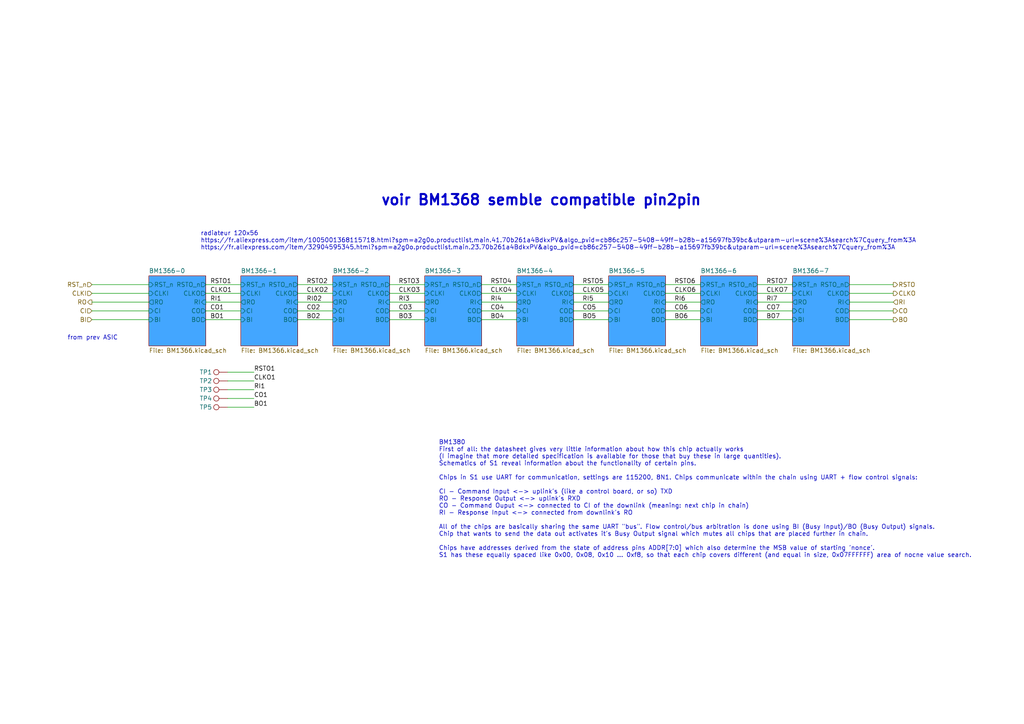
<source format=kicad_sch>
(kicad_sch (version 20231120) (generator "eeschema") (generator_version "8.0")
  (paper "A4")
  (lib_symbols
    (symbol "Connector:TestPoint" (pin_numbers hide) (pin_names (offset 0.762) hide)
      (property "Reference" "TP" (at 0 6.858 0))
      (property "Value" "TestPoint" (at 0 5.08 0))
      (symbol "TestPoint_0_1"
        (circle (center 0 3.302) (radius 0.762))
      )
      (symbol "TestPoint_1_1"
        (pin passive line (at 0 0 90) (length 2.54) (name "1") (number "1"))
      )
    )
  )
  (wire (pts (xy 113.03 82.55) (xy 123.19 82.55)))
  (wire (pts (xy 113.03 85.09) (xy 123.19 85.09)))
  (wire (pts (xy 166.37 87.63) (xy 176.53 87.63)))
  (wire (pts (xy 219.71 87.63) (xy 229.87 87.63)))
  (wire (pts (xy 166.37 92.71) (xy 176.53 92.71)))
  (wire (pts (xy 26.67 85.09) (xy 43.18 85.09)))
  (wire (pts (xy 26.67 90.17) (xy 43.18 90.17)))
  (wire (pts (xy 66.04 113.03) (xy 73.66 113.03)))
  (wire (pts (xy 86.36 90.17) (xy 96.52 90.17)))
  (wire (pts (xy 166.37 90.17) (xy 176.53 90.17)))
  (wire (pts (xy 86.36 87.63) (xy 96.52 87.63)))
  (wire (pts (xy 59.69 82.55) (xy 69.85 82.55)))
  (wire (pts (xy 26.67 87.63) (xy 43.18 87.63)))
  (wire (pts (xy 193.04 85.09) (xy 203.2 85.09)))
  (wire (pts (xy 73.66 118.11) (xy 66.04 118.11)))
  (wire (pts (xy 219.71 85.09) (xy 229.87 85.09)))
  (wire (pts (xy 113.03 90.17) (xy 123.19 90.17)))
  (wire (pts (xy 59.69 85.09) (xy 69.85 85.09)))
  (wire (pts (xy 139.7 87.63) (xy 149.86 87.63)))
  (wire (pts (xy 26.67 92.71) (xy 43.18 92.71)))
  (wire (pts (xy 246.38 92.71) (xy 259.08 92.71)))
  (wire (pts (xy 166.37 82.55) (xy 176.53 82.55)))
  (wire (pts (xy 139.7 92.71) (xy 149.86 92.71)))
  (wire (pts (xy 246.38 85.09) (xy 259.08 85.09)))
  (wire (pts (xy 193.04 87.63) (xy 203.2 87.63)))
  (wire (pts (xy 86.36 85.09) (xy 96.52 85.09)))
  (wire (pts (xy 166.37 85.09) (xy 176.53 85.09)))
  (wire (pts (xy 59.69 90.17) (xy 69.85 90.17)))
  (wire (pts (xy 219.71 92.71) (xy 229.87 92.71)))
  (wire (pts (xy 113.03 92.71) (xy 123.19 92.71)))
  (wire (pts (xy 139.7 90.17) (xy 149.86 90.17)))
  (wire (pts (xy 113.03 87.63) (xy 123.19 87.63)))
  (wire (pts (xy 66.04 107.95) (xy 73.66 107.95)))
  (wire (pts (xy 193.04 90.17) (xy 203.2 90.17)))
  (wire (pts (xy 246.38 90.17) (xy 259.08 90.17)))
  (wire (pts (xy 193.04 92.71) (xy 203.2 92.71)))
  (wire (pts (xy 59.69 87.63) (xy 69.85 87.63)))
  (wire (pts (xy 219.71 82.55) (xy 229.87 82.55)))
  (wire (pts (xy 139.7 85.09) (xy 149.86 85.09)))
  (wire (pts (xy 73.66 115.57) (xy 66.04 115.57)))
  (wire (pts (xy 219.71 90.17) (xy 229.87 90.17)))
  (wire (pts (xy 193.04 82.55) (xy 203.2 82.55)))
  (wire (pts (xy 139.7 82.55) (xy 149.86 82.55)))
  (wire (pts (xy 86.36 82.55) (xy 96.52 82.55)))
  (wire (pts (xy 86.36 92.71) (xy 96.52 92.71)))
  (wire (pts (xy 66.04 110.49) (xy 73.66 110.49)))
  (wire (pts (xy 26.67 82.55) (xy 43.18 82.55)))
  (wire (pts (xy 59.69 92.71) (xy 69.85 92.71)))
  (wire (pts (xy 246.38 87.63) (xy 259.08 87.63)))
  (wire (pts (xy 246.38 82.55) (xy 259.08 82.55)))
  (text "voir BM1368 semble compatible pin2pin" (at 156.972 58.166 0) (effects (font (size 3 3) (thickness 0.6) (bold yes))))
  (text "radiateur 120x56\nhttps://fr.aliexpress.com/item/1005001368115718.html?spm=a2g0o.productlist.main.41.70b261a4BdkxPV&algo_pvid=cb86c257-5408-49ff-b28b-a15697fb39bc&utparam-url=scene%3Asearch%7Cquery_from%3A\nhttps://fr.aliexpress.com/item/32904595345.html?spm=a2g0o.productlist.main.23.70b261a4BdkxPV&algo_pvid=cb86c257-5408-49ff-b28b-a15697fb39bc&utparam-url=scene%3Asearch%7Cquery_from%3A\n" (at 58.166 69.85 0) (effects (font (size 1.27 1.27)) (justify left)))
  (text "BM1380\nFirst of all: the datasheet gives very little information about how this chip actually works \n(I imagine that more detailed specification is available for those that buy these in large quantities). \nSchematics of S1 reveal information about the functionality of certain pins.\n\nChips in S1 use UART for communication, settings are 115200, 8N1. Chips communicate within the chain using UART + flow control signals:\n\nCI - Command Input <-> uplink's (like a control board, or so) TXD\nRO - Response Output <-> uplink's RXD\nCO - Command Ouput <-> connected to CI of the downlink (meaning: next chip in chain)\nRI - Response Input <-> connected from downlink's RO\n\nAll of the chips are basically sharing the same UART \"bus\". Flow control/bus arbitration is done using BI (Busy Input)/BO (Busy Output) signals. \nChip that wants to send the data out activates it's Busy Output signal which mutes all chips that are placed further in chain.\n\nChips have addresses derived from the state of address pins ADDR[7:0] which also determine the MSB value of starting 'nonce'. \nS1 has these equally spaced like 0x00, 0x08, 0x10 … 0xf8, so that each chip covers different (and equal in size, 0x07FFFFFF) area of nocne value search." (at 127.254 144.78 0) (effects (font (size 1.27 1.27)) (justify left)))
  (text "from prev ASIC" (at 19.558 98.044 0) (effects (font (size 1.27 1.27)) (justify left)))
  (label "RSTO4" (at 142.24 82.55 0))
  (label "RI3" (at 115.57 87.63 0))
  (label "CO1" (at 73.66 115.57 0))
  (label "CO6" (at 195.58 90.17 0))
  (label "RI4" (at 142.24 87.63 0))
  (label "RSTO1" (at 73.66 107.95 0))
  (label "RSTO3" (at 115.57 82.55 0))
  (label "RSTO1" (at 60.96 82.55 0))
  (label "BO6" (at 195.58 92.71 0))
  (label "CO1" (at 60.96 90.17 0))
  (label "RI02" (at 88.9 87.63 0))
  (label "CO7" (at 222.25 90.17 0))
  (label "BO1" (at 60.96 92.71 0))
  (label "CLKO5" (at 168.91 85.09 0))
  (label "RSTO5" (at 168.91 82.55 0))
  (label "BO3" (at 115.57 92.71 0))
  (label "RI1" (at 73.66 113.03 0))
  (label "RSTO2" (at 88.9 82.55 0))
  (label "BO7" (at 222.25 92.71 0))
  (label "BO2" (at 88.9 92.71 0))
  (label "CO3" (at 115.57 90.17 0))
  (label "CLKO6" (at 195.58 85.09 0))
  (label "CO5" (at 168.91 90.17 0))
  (label "RI1" (at 60.96 87.63 0))
  (label "BO5" (at 168.91 92.71 0))
  (label "RSTO6" (at 195.58 82.55 0))
  (label "CLKO2" (at 88.9 85.09 0))
  (label "CO4" (at 142.24 90.17 0))
  (label "RI6" (at 195.58 87.63 0))
  (label "CLKO3" (at 115.57 85.09 0))
  (label "BO4" (at 142.24 92.71 0))
  (label "RI7" (at 222.25 87.63 0))
  (label "BO1" (at 73.66 118.11 0))
  (label "RI5" (at 168.91 87.63 0))
  (label "CLKO1" (at 60.96 85.09 0))
  (label "CO2" (at 88.9 90.17 0))
  (label "RSTO7" (at 222.25 82.55 0))
  (label "CLKO4" (at 142.24 85.09 0))
  (label "CLKO1" (at 73.66 110.49 0))
  (label "CLKO7" (at 222.25 85.09 0))
  (hierarchical_label "BO" (shape output) (at 259.08 92.71 0))
  (hierarchical_label "CLKO" (shape output) (at 259.08 85.09 0))
  (hierarchical_label "RSTO" (shape output) (at 259.08 82.55 0))
  (hierarchical_label "BI" (shape input) (at 26.67 92.71 180))
  (hierarchical_label "RI" (shape input) (at 259.08 87.63 0))
  (hierarchical_label "CO" (shape output) (at 259.08 90.17 0))
  (hierarchical_label "RST_n" (shape input) (at 26.67 82.55 180))
  (hierarchical_label "CI" (shape input) (at 26.67 90.17 180))
  (hierarchical_label "CLKI" (shape input) (at 26.67 85.09 180))
  (hierarchical_label "RO" (shape output) (at 26.67 87.63 180))
  (symbol (lib_id "Connector:TestPoint") (at 66.04 107.95 90) (mirror x) (unit 1) (in_bom no)
    (property "Reference" "TP1" (at 59.69 107.95 90))
    (property "Value" "TestPoint" (effects (hide yes)))
    (property "Footprint" "TestPoint:TestPoint_Pad_D1.0mm" (effects (hide yes)))
    (instances (project "EKO_Miner_BM1366-13xx_16-01A" (path "" (reference "TP1") (unit 1)) (path "" (reference "TP8") (unit 1))))
  )
  (symbol (lib_id "Connector:TestPoint") (at 66.04 110.49 90) (unit 1) (in_bom no)
    (property "Reference" "TP2" (at 59.69 110.49 90))
    (property "Value" "TestPoint" (effects (hide yes)))
    (property "Footprint" "TestPoint:TestPoint_Pad_D1.0mm" (effects (hide yes)))
    (instances (project "EKO_Miner_BM1366-13xx_16-01A" (path "" (reference "TP2") (unit 1)) (path "" (reference "TP9") (unit 1))))
  )
  (symbol (lib_id "Connector:TestPoint") (at 66.04 118.11 90) (unit 1) (in_bom no)
    (property "Reference" "TP5" (at 59.69 118.11 90))
    (property "Value" "TestPoint" (effects (hide yes)))
    (property "Footprint" "TestPoint:TestPoint_Pad_D1.0mm" (effects (hide yes)))
    (instances (project "EKO_Miner_BM1366-13xx_16-01A" (path "" (reference "TP5") (unit 1)) (path "" (reference "TP13") (unit 1))))
  )
  (symbol (lib_id "Connector:TestPoint") (at 66.04 113.03 90) (mirror x) (unit 1) (in_bom no)
    (property "Reference" "TP3" (at 59.69 113.03 90))
    (property "Value" "TestPoint" (effects (hide yes)))
    (property "Footprint" "TestPoint:TestPoint_Pad_D1.0mm" (effects (hide yes)))
    (instances (project "EKO_Miner_BM1366-13xx_16-01A" (path "" (reference "TP3") (unit 1)) (path "" (reference "TP11") (unit 1))))
  )
  (symbol (lib_id "Connector:TestPoint") (at 66.04 115.57 90) (unit 1) (in_bom no)
    (property "Reference" "TP4" (at 59.69 115.57 90))
    (property "Value" "TestPoint" (effects (hide yes)))
    (property "Footprint" "TestPoint:TestPoint_Pad_D1.0mm" (effects (hide yes)))
    (instances (project "EKO_Miner_BM1366-13xx_16-01A" (path "" (reference "TP4") (unit 1)) (path "" (reference "TP12") (unit 1))))
  )
  (sheet (at 123.19 80.01) (size 16.51 20.32) (stroke (width 0.1524)) (fill (color 67 166 255 1.0000))
    (property "Sheetname" "BM1366-3" (at 123.19 79.2984 0) (effects (justify left bottom)))
    (property "Sheetfile" "BM1366.kicad_sch" (at 123.19 100.9146 0) (effects (justify left top)))
    (pin "CLKO" output (at 139.7 85.09 0))
    (pin "RO" output (at 123.19 87.63 180))
    (pin "CO" output (at 139.7 90.17 0))
    (pin "BO" output (at 139.7 92.71 0))
    (pin "RSTO_n" output (at 139.7 82.55 0))
    (pin "CLKI" input (at 123.19 85.09 180))
    (pin "CI" input (at 123.19 90.17 180))
    (pin "RI" input (at 139.7 87.63 0))
    (pin "RST_n" input (at 123.19 82.55 180))
    (pin "BI" input (at 123.19 92.71 180))
  )
  (sheet (at 149.86 80.01) (size 16.51 20.32) (stroke (width 0.1524)) (fill (color 67 166 255 1.0000))
    (property "Sheetname" "BM1366-4" (at 149.86 79.2984 0) (effects (justify left bottom)))
    (property "Sheetfile" "BM1366.kicad_sch" (at 149.86 100.9146 0) (effects (justify left top)))
    (pin "CLKO" output (at 166.37 85.09 0))
    (pin "RO" output (at 149.86 87.63 180))
    (pin "CO" output (at 166.37 90.17 0))
    (pin "BO" output (at 166.37 92.71 0))
    (pin "RSTO_n" output (at 166.37 82.55 0))
    (pin "CLKI" input (at 149.86 85.09 180))
    (pin "CI" input (at 149.86 90.17 180))
    (pin "RI" input (at 166.37 87.63 0))
    (pin "RST_n" input (at 149.86 82.55 180))
    (pin "BI" input (at 149.86 92.71 180))
  )
  (sheet (at 43.18 80.01) (size 16.51 20.32) (stroke (width 0.1524)) (fill (color 67 166 255 1.0000))
    (property "Sheetname" "BM1366-0" (at 43.18 79.2984 0) (effects (justify left bottom)))
    (property "Sheetfile" "BM1366.kicad_sch" (at 43.18 100.9146 0) (effects (justify left top)))
    (pin "CLKO" output (at 59.69 85.09 0))
    (pin "RO" output (at 43.18 87.63 180))
    (pin "CO" output (at 59.69 90.17 0))
    (pin "BO" output (at 59.69 92.71 0))
    (pin "RSTO_n" output (at 59.69 82.55 0))
    (pin "CLKI" input (at 43.18 85.09 180))
    (pin "CI" input (at 43.18 90.17 180))
    (pin "RI" input (at 59.69 87.63 0))
    (pin "RST_n" input (at 43.18 82.55 180))
    (pin "BI" input (at 43.18 92.71 180))
  )
  (sheet (at 203.2 80.01) (size 16.51 20.32) (stroke (width 0.1524)) (fill (color 67 166 255 1.0000))
    (property "Sheetname" "BM1366-6" (at 203.2 79.2984 0) (effects (justify left bottom)))
    (property "Sheetfile" "BM1366.kicad_sch" (at 203.2 100.9146 0) (effects (justify left top)))
    (pin "CLKO" output (at 219.71 85.09 0))
    (pin "RO" output (at 203.2 87.63 180))
    (pin "CO" output (at 219.71 90.17 0))
    (pin "BO" output (at 219.71 92.71 0))
    (pin "RSTO_n" output (at 219.71 82.55 0))
    (pin "CLKI" input (at 203.2 85.09 180))
    (pin "CI" input (at 203.2 90.17 180))
    (pin "RI" input (at 219.71 87.63 0))
    (pin "RST_n" input (at 203.2 82.55 180))
    (pin "BI" input (at 203.2 92.71 180))
  )
  (sheet (at 229.87 80.01) (size 16.51 20.32) (stroke (width 0.1524)) (fill (color 67 166 255 1.0000))
    (property "Sheetname" "BM1366-7" (at 229.87 79.2984 0) (effects (justify left bottom)))
    (property "Sheetfile" "BM1366.kicad_sch" (at 229.87 100.9146 0) (effects (justify left top)))
    (pin "CLKO" output (at 246.38 85.09 0))
    (pin "RO" output (at 229.87 87.63 180))
    (pin "CO" output (at 246.38 90.17 0))
    (pin "BO" output (at 246.38 92.71 0))
    (pin "RSTO_n" output (at 246.38 82.55 0))
    (pin "CLKI" input (at 229.87 85.09 180))
    (pin "CI" input (at 229.87 90.17 180))
    (pin "RI" input (at 246.38 87.63 0))
    (pin "RST_n" input (at 229.87 82.55 180))
    (pin "BI" input (at 229.87 92.71 180))
  )
  (sheet (at 176.53 80.01) (size 16.51 20.32) (stroke (width 0.1524)) (fill (color 67 166 255 1.0000))
    (property "Sheetname" "BM1366-5" (at 176.53 79.2984 0) (effects (justify left bottom)))
    (property "Sheetfile" "BM1366.kicad_sch" (at 176.53 100.9146 0) (effects (justify left top)))
    (pin "CLKO" output (at 193.04 85.09 0))
    (pin "RO" output (at 176.53 87.63 180))
    (pin "CO" output (at 193.04 90.17 0))
    (pin "BO" output (at 193.04 92.71 0))
    (pin "RSTO_n" output (at 193.04 82.55 0))
    (pin "CLKI" input (at 176.53 85.09 180))
    (pin "CI" input (at 176.53 90.17 180))
    (pin "RI" input (at 193.04 87.63 0))
    (pin "RST_n" input (at 176.53 82.55 180))
    (pin "BI" input (at 176.53 92.71 180))
  )
  (sheet (at 96.52 80.01) (size 16.51 20.32) (stroke (width 0.1524)) (fill (color 67 166 255 1.0000))
    (property "Sheetname" "BM1366-2" (at 96.52 79.2984 0) (effects (justify left bottom)))
    (property "Sheetfile" "BM1366.kicad_sch" (at 96.52 100.9146 0) (effects (justify left top)))
    (pin "CLKO" output (at 113.03 85.09 0))
    (pin "RO" output (at 96.52 87.63 180))
    (pin "CO" output (at 113.03 90.17 0))
    (pin "BO" output (at 113.03 92.71 0))
    (pin "RSTO_n" output (at 113.03 82.55 0))
    (pin "CLKI" input (at 96.52 85.09 180))
    (pin "CI" input (at 96.52 90.17 180))
    (pin "RI" input (at 113.03 87.63 0))
    (pin "RST_n" input (at 96.52 82.55 180))
    (pin "BI" input (at 96.52 92.71 180))
  )
  (sheet (at 69.85 80.01) (size 16.51 20.32) (stroke (width 0.1524)) (fill (color 67 166 255 1.0000))
    (property "Sheetname" "BM1366-1" (at 69.85 79.2984 0) (effects (justify left bottom)))
    (property "Sheetfile" "BM1366.kicad_sch" (at 69.85 100.9146 0) (effects (justify left top)))
    (pin "CLKO" output (at 86.36 85.09 0))
    (pin "RO" output (at 69.85 87.63 180))
    (pin "CO" output (at 86.36 90.17 0))
    (pin "BO" output (at 86.36 92.71 0))
    (pin "RSTO_n" output (at 86.36 82.55 0))
    (pin "CLKI" input (at 69.85 85.09 180))
    (pin "CI" input (at 69.85 90.17 180))
    (pin "RI" input (at 86.36 87.63 0))
    (pin "RST_n" input (at 69.85 82.55 180))
    (pin "BI" input (at 69.85 92.71 180))
  )
)
</source>
